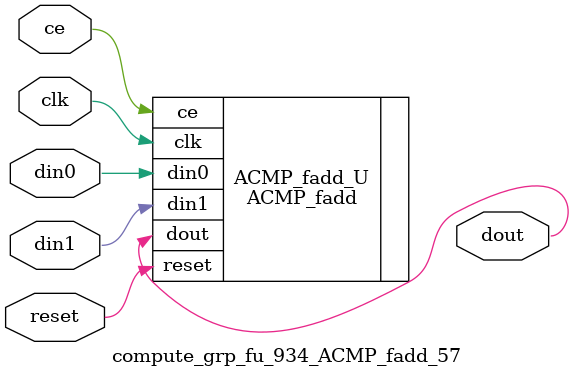
<source format=v>

`timescale 1 ns / 1 ps
module compute_grp_fu_934_ACMP_fadd_57(
    clk,
    reset,
    ce,
    din0,
    din1,
    dout);

parameter ID = 32'd1;
parameter NUM_STAGE = 32'd1;
parameter din0_WIDTH = 32'd1;
parameter din1_WIDTH = 32'd1;
parameter dout_WIDTH = 32'd1;
input clk;
input reset;
input ce;
input[din0_WIDTH - 1:0] din0;
input[din1_WIDTH - 1:0] din1;
output[dout_WIDTH - 1:0] dout;



ACMP_fadd #(
.ID( ID ),
.NUM_STAGE( 4 ),
.din0_WIDTH( din0_WIDTH ),
.din1_WIDTH( din1_WIDTH ),
.dout_WIDTH( dout_WIDTH ))
ACMP_fadd_U(
    .clk( clk ),
    .reset( reset ),
    .ce( ce ),
    .din0( din0 ),
    .din1( din1 ),
    .dout( dout ));

endmodule

</source>
